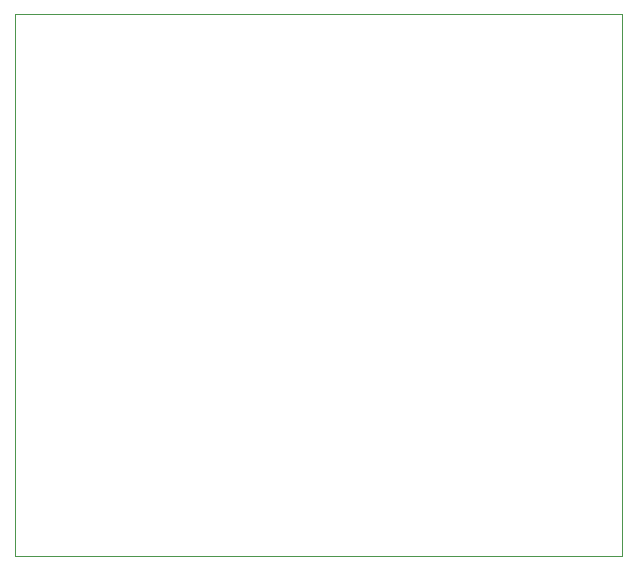
<source format=gbr>
G04 #@! TF.GenerationSoftware,KiCad,Pcbnew,9.0.7*
G04 #@! TF.CreationDate,2026-02-26T12:58:45-06:00*
G04 #@! TF.ProjectId,ImpactInsole_v1,496d7061-6374-4496-9e73-6f6c655f7631,rev?*
G04 #@! TF.SameCoordinates,Original*
G04 #@! TF.FileFunction,Profile,NP*
%FSLAX46Y46*%
G04 Gerber Fmt 4.6, Leading zero omitted, Abs format (unit mm)*
G04 Created by KiCad (PCBNEW 9.0.7) date 2026-02-26 12:58:45*
%MOMM*%
%LPD*%
G01*
G04 APERTURE LIST*
G04 #@! TA.AperFunction,Profile*
%ADD10C,0.050000*%
G04 #@! TD*
G04 APERTURE END LIST*
D10*
X76910000Y-59780000D02*
X128270000Y-59780000D01*
X128270000Y-105680000D01*
X76910000Y-105680000D01*
X76910000Y-59780000D01*
M02*

</source>
